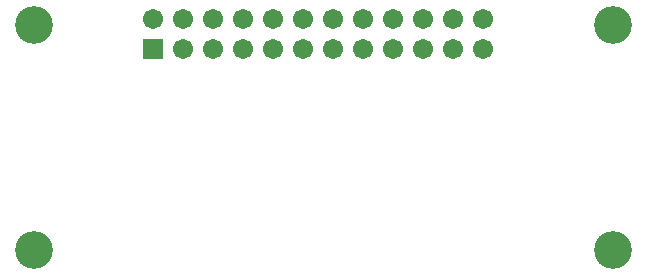
<source format=gbs>
G04*
G04 #@! TF.GenerationSoftware,Altium Limited,Altium Designer,23.9.2 (47)*
G04*
G04 Layer_Color=16711935*
%FSLAX44Y44*%
%MOMM*%
G71*
G04*
G04 #@! TF.SameCoordinates,B200B90B-4D76-40B3-B318-4B436D02E330*
G04*
G04*
G04 #@! TF.FilePolarity,Negative*
G04*
G01*
G75*
%ADD16C,1.7032*%
%ADD17R,1.7032X1.7032*%
%ADD18C,3.2032*%
D16*
X409700Y224841D02*
D03*
Y199441D02*
D03*
X384300Y224841D02*
D03*
Y199441D02*
D03*
X358900Y224841D02*
D03*
X333500D02*
D03*
X308100D02*
D03*
X282700D02*
D03*
X257300D02*
D03*
X231900D02*
D03*
X206500D02*
D03*
X181100D02*
D03*
X155700D02*
D03*
X130300D02*
D03*
X358900Y199441D02*
D03*
X333500D02*
D03*
X308100D02*
D03*
X282700D02*
D03*
X257300D02*
D03*
X231900D02*
D03*
X206500D02*
D03*
X181100D02*
D03*
X155700D02*
D03*
D17*
X130300D02*
D03*
D18*
X520000Y30000D02*
D03*
Y220000D02*
D03*
X30000D02*
D03*
Y30000D02*
D03*
M02*

</source>
